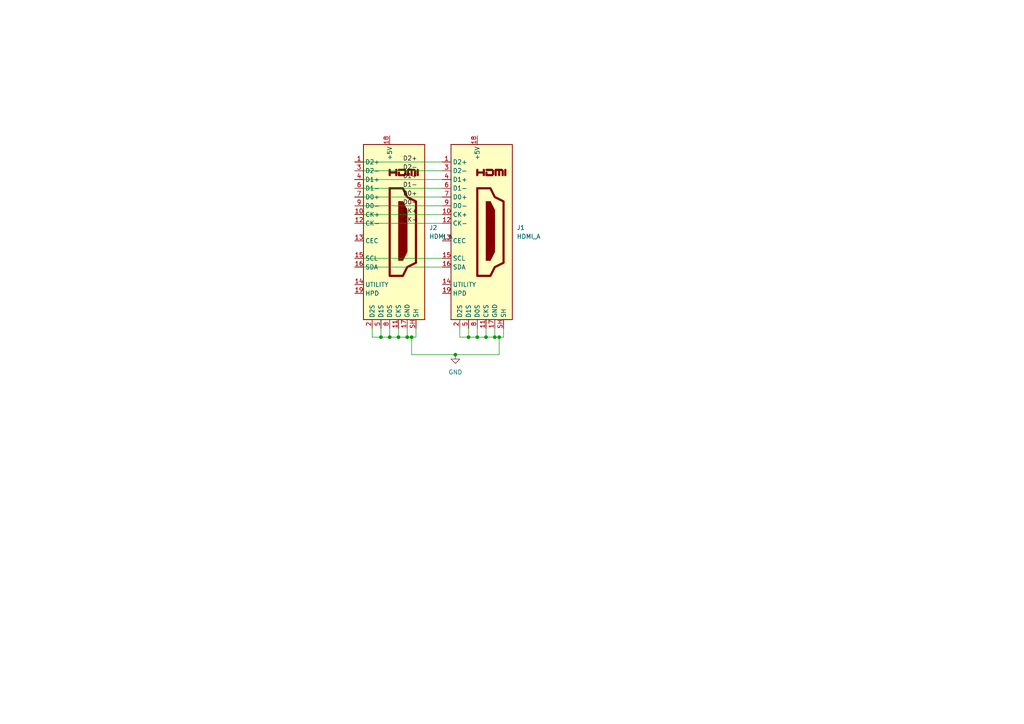
<source format=kicad_sch>
(kicad_sch (version 20231120) (generator "eeschema") (generator_version "8.0")
  (paper "A4")
  (lib_symbols
    (symbol "Connector:HDMI_A"
      (property "Reference" "J" (at -6.35 26.67 0))
      (property "Value" "HDMI_A" (at 10.16 26.67 0))
      (symbol "HDMI_A_0_0"
        (polyline (pts (xy 8.128 16.51) (xy 8.128 18.034)) (stroke (width 0.635)))
        (polyline (pts (xy 0 16.51) (xy 0 18.034) (xy 0 17.272) (xy 1.905 17.272) (xy 1.905 18.034) (xy 1.905 16.51)) (stroke (width 0.635)))
        (polyline (pts (xy 2.667 18.034) (xy 4.318 18.034) (xy 4.572 17.78) (xy 4.572 16.764) (xy 4.318 16.51) (xy 2.667 16.51) (xy 2.667 17.272)) (stroke (width 0.635)))
      )
      (symbol "HDMI_A_0_1"
        (rectangle (start -7.62 25.4) (end 10.16 -25.4) (stroke (width 0.254)) (fill (type background)))
        (polyline (pts (xy 2.54 8.89) (xy 3.81 8.89) (xy 5.08 6.35) (xy 5.08 -5.715) (xy 3.81 -8.255) (xy 2.54 -8.255) (xy 2.54 8.89)) (fill (type outline)))
        (polyline (pts (xy 5.334 16.51) (xy 5.334 18.034) (xy 6.35 18.034) (xy 6.35 16.51) (xy 6.35 18.034) (xy 7.112 18.034) (xy 7.366 17.78) (xy 7.366 16.51)) (stroke (width 0.635)))
        (polyline (pts (xy 0 12.7) (xy 0 -12.7) (xy 3.81 -12.7) (xy 5.08 -10.16) (xy 7.62 -8.89) (xy 7.62 8.89) (xy 5.08 10.16) (xy 3.81 12.7) (xy 0 12.7)) (stroke (width 0.635)))
      )
      (symbol "HDMI_A_1_1"
        (pin passive line (at -10.16 20.32 0) (length 2.54) (name "D2+") (number "1"))
        (pin passive line (at -10.16 5.08 0) (length 2.54) (name "CK+") (number "10"))
        (pin power_in line (at 2.54 -27.94 90) (length 2.54) (name "CKS") (number "11"))
        (pin passive line (at -10.16 2.54 0) (length 2.54) (name "CK-") (number "12"))
        (pin bidirectional line (at -10.16 -2.54 0) (length 2.54) (name "CEC") (number "13"))
        (pin passive line (at -10.16 -15.24 0) (length 2.54) (name "UTILITY") (number "14"))
        (pin passive line (at -10.16 -7.62 0) (length 2.54) (name "SCL") (number "15"))
        (pin bidirectional line (at -10.16 -10.16 0) (length 2.54) (name "SDA") (number "16"))
        (pin power_in line (at 5.08 -27.94 90) (length 2.54) (name "GND") (number "17"))
        (pin power_in line (at 0 27.94 270) (length 2.54) (name "+5V") (number "18"))
        (pin passive line (at -10.16 -17.78 0) (length 2.54) (name "HPD") (number "19"))
        (pin power_in line (at -5.08 -27.94 90) (length 2.54) (name "D2S") (number "2"))
        (pin passive line (at -10.16 17.78 0) (length 2.54) (name "D2-") (number "3"))
        (pin passive line (at -10.16 15.24 0) (length 2.54) (name "D1+") (number "4"))
        (pin power_in line (at -2.54 -27.94 90) (length 2.54) (name "D1S") (number "5"))
        (pin passive line (at -10.16 12.7 0) (length 2.54) (name "D1-") (number "6"))
        (pin passive line (at -10.16 10.16 0) (length 2.54) (name "D0+") (number "7"))
        (pin power_in line (at 0 -27.94 90) (length 2.54) (name "D0S") (number "8"))
        (pin passive line (at -10.16 7.62 0) (length 2.54) (name "D0-") (number "9"))
        (pin passive line (at 7.62 -27.94 90) (length 2.54) (name "SH") (number "SH"))
      )
    )
    (symbol "power:GND" (power) (pin_names (offset 0))
      (property "Value" "GND" (at 0 -3.81 0))
      (symbol "GND_0_1"
        (polyline (pts (xy 0 0) (xy 0 -1.27) (xy 1.27 -1.27) (xy 0 -2.54) (xy -1.27 -1.27) (xy 0 -1.27)))
      )
      (symbol "GND_1_1"
        (pin power_in line (at 0 0 270) (length 0) hide (name "GND") (number "1"))
      )
    )
  )
  (junction (at 119.38 97.79))
  (junction (at 144.78 97.79))
  (junction (at 143.51 97.79))
  (junction (at 135.89 97.79))
  (junction (at 110.49 97.79))
  (junction (at 140.97 97.79))
  (junction (at 138.43 97.79))
  (junction (at 132.08 102.87))
  (junction (at 118.11 97.79))
  (junction (at 115.57 97.79))
  (junction (at 113.03 97.79))
  (wire (pts (xy 107.95 95.25) (xy 107.95 97.79)))
  (wire (pts (xy 119.38 97.79) (xy 118.11 97.79)))
  (wire (pts (xy 140.97 97.79) (xy 143.51 97.79)))
  (wire (pts (xy 102.87 62.23) (xy 128.27 62.23)))
  (wire (pts (xy 138.43 97.79) (xy 140.97 97.79)))
  (wire (pts (xy 133.35 97.79) (xy 135.89 97.79)))
  (wire (pts (xy 135.89 95.25) (xy 135.89 97.79)))
  (wire (pts (xy 102.87 46.99) (xy 128.27 46.99)))
  (wire (pts (xy 144.78 97.79) (xy 144.78 102.87)))
  (wire (pts (xy 110.49 95.25) (xy 110.49 97.79)))
  (wire (pts (xy 102.87 57.15) (xy 128.27 57.15)))
  (wire (pts (xy 118.11 97.79) (xy 118.11 95.25)))
  (wire (pts (xy 120.65 97.79) (xy 119.38 97.79)))
  (wire (pts (xy 143.51 97.79) (xy 144.78 97.79)))
  (wire (pts (xy 132.08 102.87) (xy 119.38 102.87)))
  (wire (pts (xy 110.49 97.79) (xy 113.03 97.79)))
  (wire (pts (xy 144.78 102.87) (xy 132.08 102.87)))
  (wire (pts (xy 119.38 102.87) (xy 119.38 97.79)))
  (wire (pts (xy 102.87 64.77) (xy 128.27 64.77)))
  (wire (pts (xy 146.05 97.79) (xy 146.05 95.25)))
  (wire (pts (xy 143.51 95.25) (xy 143.51 97.79)))
  (wire (pts (xy 140.97 95.25) (xy 140.97 97.79)))
  (wire (pts (xy 113.03 95.25) (xy 113.03 97.79)))
  (wire (pts (xy 102.87 52.07) (xy 128.27 52.07)))
  (wire (pts (xy 133.35 95.25) (xy 133.35 97.79)))
  (wire (pts (xy 102.87 59.69) (xy 128.27 59.69)))
  (wire (pts (xy 102.87 77.47) (xy 128.27 77.47)))
  (wire (pts (xy 120.65 95.25) (xy 120.65 97.79)))
  (wire (pts (xy 102.87 74.93) (xy 128.27 74.93)))
  (wire (pts (xy 102.87 49.53) (xy 128.27 49.53)))
  (wire (pts (xy 144.78 97.79) (xy 146.05 97.79)))
  (wire (pts (xy 135.89 97.79) (xy 138.43 97.79)))
  (wire (pts (xy 107.95 97.79) (xy 110.49 97.79)))
  (wire (pts (xy 102.87 54.61) (xy 128.27 54.61)))
  (wire (pts (xy 115.57 97.79) (xy 118.11 97.79)))
  (wire (pts (xy 138.43 95.25) (xy 138.43 97.79)))
  (wire (pts (xy 115.57 95.25) (xy 115.57 97.79)))
  (wire (pts (xy 113.03 97.79) (xy 115.57 97.79)))
  (label "D0-" (at 116.84 59.69 0))
  (label "CK+" (at 116.84 62.23 0))
  (label "D2+" (at 116.84 46.99 0))
  (label "D1-" (at 116.84 54.61 0))
  (label "D2-" (at 116.84 49.53 0))
  (label "D1+" (at 116.84 52.07 0))
  (label "D0+" (at 116.84 57.15 0))
  (label "CK-" (at 116.84 64.77 0))
  (symbol (lib_id "Connector:HDMI_A") (at 113.03 67.31 0) (unit 1)
    (property "Reference" "J2" (at 124.46 66.0399 0) (effects (justify left)))
    (property "Value" "HDMI_A" (at 124.46 68.5799 0) (effects (justify left)))
    (property "Footprint" "HDMI-FFC:CONN19_9136923_WRE" (effects (hide yes)))
    (property "Datasheet" "https://en.wikipedia.org/wiki/HDMI" (effects (hide yes)))
    (property "Description" "HDMI type A connector" (effects (hide yes)))
  )
  (symbol (lib_id "power:GND") (at 132.08 102.87 0) (unit 1)
    (property "Reference" "#PWR01" (effects (hide yes)))
    (property "Value" "GND" (at 132.08 107.95 0))
    (property "Description" "Power symbol creates a global label with name \"GND\" , ground" (effects (hide yes)))
  )
  (symbol (lib_id "Connector:HDMI_A") (at 138.43 67.31 0) (unit 1)
    (property "Reference" "J1" (at 149.86 66.0399 0) (effects (justify left)))
    (property "Value" "HDMI_A" (at 149.86 68.5799 0) (effects (justify left)))
    (property "Footprint" "HDMI-FFC:Hirose_FH12-19S-0.5SH_1x19-1MP_P0.50mm_Horizontal" (effects (hide yes)))
    (property "Datasheet" "https://en.wikipedia.org/wiki/HDMI" (effects (hide yes)))
    (property "Description" "HDMI type A connector" (effects (hide yes)))
  )
)
</source>
